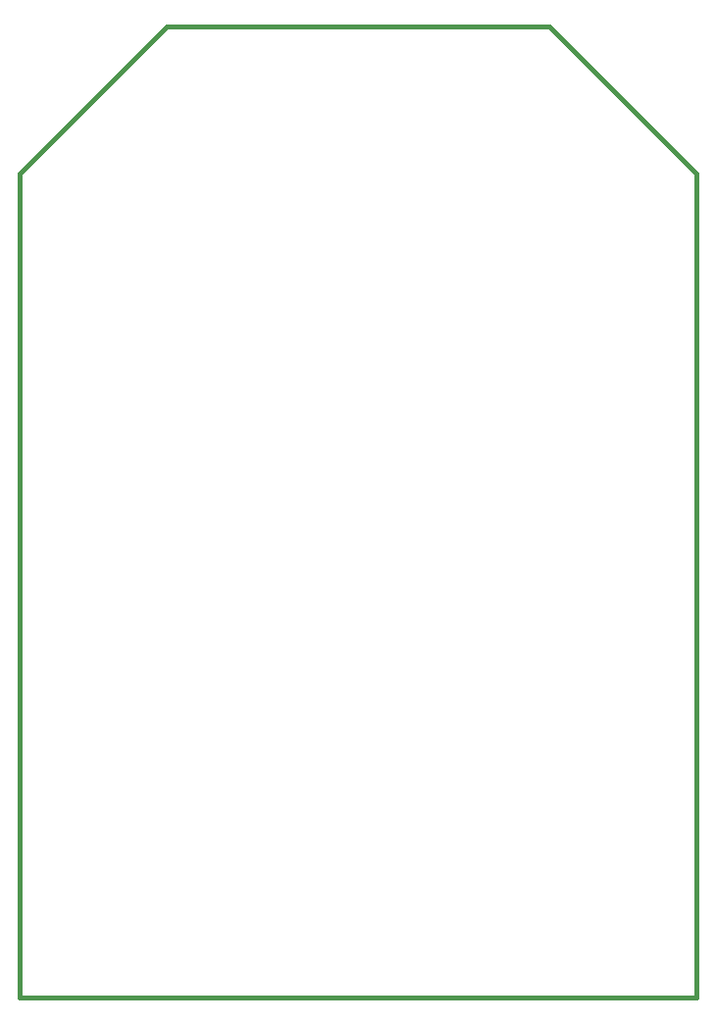
<source format=gbr>
G04 #@! TF.GenerationSoftware,KiCad,Pcbnew,5.1.6-c6e7f7d~87~ubuntu19.10.1*
G04 #@! TF.CreationDate,2021-07-04T18:41:33+06:00*
G04 #@! TF.ProjectId,distortion_+_r2a,64697374-6f72-4746-996f-6e5f2b5f7232,2A*
G04 #@! TF.SameCoordinates,Original*
G04 #@! TF.FileFunction,Profile,NP*
%FSLAX46Y46*%
G04 Gerber Fmt 4.6, Leading zero omitted, Abs format (unit mm)*
G04 Created by KiCad (PCBNEW 5.1.6-c6e7f7d~87~ubuntu19.10.1) date 2021-07-04 18:41:33*
%MOMM*%
%LPD*%
G01*
G04 APERTURE LIST*
G04 #@! TA.AperFunction,Profile*
%ADD10C,0.400000*%
G04 #@! TD*
G04 APERTURE END LIST*
D10*
X121920000Y-93980000D02*
X134620000Y-106680000D01*
X76200000Y-106680000D02*
X88900000Y-93980000D01*
X134620000Y-106680000D02*
X134620000Y-177800000D01*
X76200000Y-106680000D02*
X76200000Y-177800000D01*
X76200000Y-177800000D02*
X134620000Y-177800000D01*
X88900000Y-93980000D02*
X121920000Y-93980000D01*
M02*

</source>
